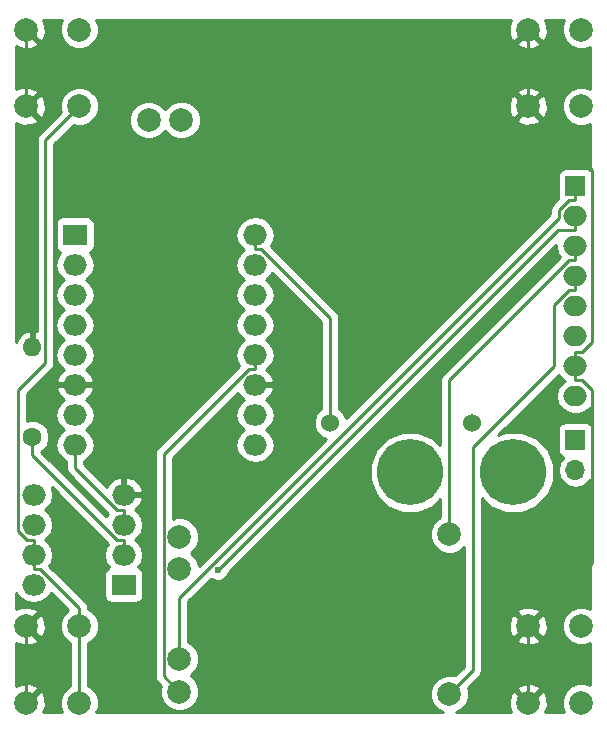
<source format=gbr>
G04 #@! TF.FileFunction,Copper,L1,Top,Signal*
%FSLAX46Y46*%
G04 Gerber Fmt 4.6, Leading zero omitted, Abs format (unit mm)*
G04 Created by KiCad (PCBNEW 4.0.7-e2-6376~61~ubuntu18.04.1) date Tue Sep  4 16:19:30 2018*
%MOMM*%
%LPD*%
G01*
G04 APERTURE LIST*
%ADD10C,0.100000*%
%ADD11C,1.524000*%
%ADD12C,5.600000*%
%ADD13R,1.700000X1.700000*%
%ADD14O,2.000000X1.700000*%
%ADD15C,2.000000*%
%ADD16R,2.000000X1.800000*%
%ADD17O,2.000000X1.800000*%
%ADD18C,1.600000*%
%ADD19O,1.600000X1.600000*%
%ADD20O,1.700000X1.700000*%
%ADD21C,0.600000*%
%ADD22C,0.250000*%
%ADD23C,0.254000*%
G04 APERTURE END LIST*
D10*
D11*
X160500000Y-122300000D03*
X172500000Y-122300000D03*
D12*
X167250000Y-126500000D03*
X176000000Y-126500000D03*
D13*
X181250000Y-102250000D03*
D14*
X181250000Y-104790000D03*
X181250000Y-107330000D03*
X181250000Y-109870000D03*
X181250000Y-112410000D03*
X181250000Y-114950000D03*
X181250000Y-117490000D03*
X181250000Y-120030000D03*
D15*
X139250000Y-95500000D03*
X134750000Y-95500000D03*
X139250000Y-89000000D03*
X134750000Y-89000000D03*
X181750000Y-95500000D03*
X177250000Y-95500000D03*
X181750000Y-89000000D03*
X177250000Y-89000000D03*
X181750000Y-146000000D03*
X177250000Y-146000000D03*
X181750000Y-139500000D03*
X177250000Y-139500000D03*
X139250000Y-146000000D03*
X134750000Y-146000000D03*
X139250000Y-139500000D03*
X134750000Y-139500000D03*
X147720000Y-142310000D03*
X147720000Y-134690000D03*
X147720000Y-131946800D03*
X147720000Y-145053200D03*
X170580000Y-131743600D03*
X170580000Y-145256400D03*
D16*
X143000000Y-136000000D03*
D17*
X135380000Y-128380000D03*
X143000000Y-133460000D03*
X135380000Y-130920000D03*
X143000000Y-130920000D03*
X135380000Y-133460000D03*
X143000000Y-128380000D03*
X135380000Y-136000000D03*
X154120000Y-124140000D03*
X154120000Y-121600000D03*
X154120000Y-119060000D03*
X154120000Y-116520000D03*
X154120000Y-113980000D03*
X154120000Y-111440000D03*
X154120000Y-108900000D03*
X154120000Y-106360000D03*
X138880000Y-124140000D03*
X138880000Y-121600000D03*
X138880000Y-119060000D03*
X138880000Y-116520000D03*
X138880000Y-113980000D03*
X138880000Y-111440000D03*
X138880000Y-108900000D03*
D16*
X138880000Y-106360000D03*
D15*
X147875000Y-96650000D03*
X145100000Y-96650000D03*
D18*
X135250000Y-123500000D03*
D19*
X135250000Y-115880000D03*
D13*
X181250000Y-123750000D03*
D20*
X181250000Y-126290000D03*
D21*
X150983000Y-134760300D03*
D22*
X160500000Y-113429200D02*
X160500000Y-122300000D01*
X154656100Y-107585300D02*
X160500000Y-113429200D01*
X154120000Y-107585300D02*
X154656100Y-107585300D01*
X154120000Y-106360000D02*
X154120000Y-107585300D01*
X139250000Y-138019200D02*
X139250000Y-139500000D01*
X135916100Y-134685300D02*
X139250000Y-138019200D01*
X135380000Y-134685300D02*
X135916100Y-134685300D01*
X139250000Y-139500000D02*
X139250000Y-146000000D01*
X135380000Y-133972800D02*
X135380000Y-134685300D01*
X135380000Y-133972800D02*
X135380000Y-133460000D01*
X136375400Y-98374600D02*
X139250000Y-95500000D01*
X136375400Y-117191600D02*
X136375400Y-98374600D01*
X134054600Y-119512400D02*
X136375400Y-117191600D01*
X134054600Y-131445400D02*
X134054600Y-119512400D01*
X134843900Y-132234700D02*
X134054600Y-131445400D01*
X135380000Y-132234700D02*
X134843900Y-132234700D01*
X135380000Y-133460000D02*
X135380000Y-132234700D01*
X146390800Y-143724000D02*
X147720000Y-145053200D01*
X146390800Y-124938400D02*
X146390800Y-143724000D01*
X153583900Y-117745300D02*
X146390800Y-124938400D01*
X154120000Y-117745300D02*
X153583900Y-117745300D01*
X154120000Y-116520000D02*
X154120000Y-117745300D01*
X142463900Y-129694700D02*
X143000000Y-129694700D01*
X138880000Y-126110800D02*
X142463900Y-129694700D01*
X138880000Y-124140000D02*
X138880000Y-126110800D01*
X143000000Y-130920000D02*
X143000000Y-129694700D01*
X180735800Y-103425300D02*
X181250000Y-103425300D01*
X179885400Y-104275700D02*
X180735800Y-103425300D01*
X179885400Y-104945100D02*
X179885400Y-104275700D01*
X147720000Y-137110500D02*
X179885400Y-104945100D01*
X147720000Y-142310000D02*
X147720000Y-137110500D01*
X181250000Y-102250000D02*
X181250000Y-103425300D01*
X181250000Y-104790000D02*
X181250000Y-105965300D01*
X179778000Y-105965300D02*
X181250000Y-105965300D01*
X150983000Y-134760300D02*
X179778000Y-105965300D01*
X180735800Y-108505300D02*
X181250000Y-108505300D01*
X170580000Y-118661100D02*
X180735800Y-108505300D01*
X170580000Y-131743600D02*
X170580000Y-118661100D01*
X181250000Y-107330000D02*
X181250000Y-108505300D01*
X181250000Y-109870000D02*
X181250000Y-111045300D01*
X180735800Y-111045300D02*
X181250000Y-111045300D01*
X179435100Y-112346000D02*
X180735800Y-111045300D01*
X179435100Y-117526900D02*
X179435100Y-112346000D01*
X172582800Y-124379200D02*
X179435100Y-117526900D01*
X172582800Y-143253600D02*
X172582800Y-124379200D01*
X170580000Y-145256400D02*
X172582800Y-143253600D01*
X134750000Y-146000000D02*
X134750000Y-139500000D01*
X181250000Y-117490000D02*
X181250000Y-118665300D01*
X177250000Y-146000000D02*
X177250000Y-139500000D01*
X134750000Y-95500000D02*
X134750000Y-89000000D01*
X181764200Y-118665300D02*
X181250000Y-118665300D01*
X182614600Y-119515700D02*
X181764200Y-118665300D01*
X182614600Y-134135400D02*
X182614600Y-119515700D01*
X177250000Y-139500000D02*
X182614600Y-134135400D01*
X177250000Y-89000000D02*
X177250000Y-95500000D01*
X181764200Y-116314700D02*
X181250000Y-116314700D01*
X182614600Y-115464300D02*
X181764200Y-116314700D01*
X182614600Y-100864600D02*
X182614600Y-115464300D01*
X177250000Y-95500000D02*
X182614600Y-100864600D01*
X181250000Y-117490000D02*
X181250000Y-116314700D01*
X135250000Y-125020800D02*
X135250000Y-123500000D01*
X142463900Y-132234700D02*
X135250000Y-125020800D01*
X143000000Y-132234700D02*
X142463900Y-132234700D01*
X143000000Y-133460000D02*
X143000000Y-132234700D01*
D23*
G36*
X179911336Y-118382045D02*
X180339085Y-118765347D01*
X180017914Y-118979946D01*
X179696007Y-119461715D01*
X179582968Y-120030000D01*
X179696007Y-120598285D01*
X180017914Y-121080054D01*
X180499683Y-121401961D01*
X181067968Y-121515000D01*
X181432032Y-121515000D01*
X182000317Y-121401961D01*
X182482086Y-121080054D01*
X182490000Y-121068210D01*
X182490000Y-122397935D01*
X182351890Y-122303569D01*
X182100000Y-122252560D01*
X180400000Y-122252560D01*
X180164683Y-122296838D01*
X179948559Y-122435910D01*
X179803569Y-122648110D01*
X179752560Y-122900000D01*
X179752560Y-124600000D01*
X179796838Y-124835317D01*
X179935910Y-125051441D01*
X180148110Y-125196431D01*
X180215541Y-125210086D01*
X180170853Y-125239946D01*
X179848946Y-125721715D01*
X179735907Y-126290000D01*
X179848946Y-126858285D01*
X180170853Y-127340054D01*
X180652622Y-127661961D01*
X181220907Y-127775000D01*
X181279093Y-127775000D01*
X181847378Y-127661961D01*
X182329147Y-127340054D01*
X182490000Y-127099320D01*
X182490000Y-138036922D01*
X182076648Y-137865284D01*
X181426205Y-137864716D01*
X180825057Y-138113106D01*
X180364722Y-138572637D01*
X180115284Y-139173352D01*
X180114716Y-139823795D01*
X180363106Y-140424943D01*
X180822637Y-140885278D01*
X181423352Y-141134716D01*
X182073795Y-141135284D01*
X182490000Y-140963311D01*
X182490000Y-144536922D01*
X182076648Y-144365284D01*
X181426205Y-144364716D01*
X180825057Y-144613106D01*
X180364722Y-145072637D01*
X180115284Y-145673352D01*
X180114716Y-146323795D01*
X180307349Y-146790000D01*
X178700692Y-146790000D01*
X178895908Y-146264539D01*
X178871856Y-145614540D01*
X178669387Y-145125736D01*
X178402532Y-145027073D01*
X177429605Y-146000000D01*
X177443748Y-146014143D01*
X177264143Y-146193748D01*
X177250000Y-146179605D01*
X177235858Y-146193748D01*
X177056253Y-146014143D01*
X177070395Y-146000000D01*
X176097468Y-145027073D01*
X175830613Y-145125736D01*
X175604092Y-145735461D01*
X175628144Y-146385460D01*
X175795710Y-146790000D01*
X171149888Y-146790000D01*
X171504943Y-146643294D01*
X171965278Y-146183763D01*
X172214716Y-145583048D01*
X172215284Y-144932605D01*
X172180107Y-144847468D01*
X176277073Y-144847468D01*
X177250000Y-145820395D01*
X178222927Y-144847468D01*
X178124264Y-144580613D01*
X177514539Y-144354092D01*
X176864540Y-144378144D01*
X176375736Y-144580613D01*
X176277073Y-144847468D01*
X172180107Y-144847468D01*
X172146081Y-144765121D01*
X173120201Y-143791001D01*
X173284948Y-143544439D01*
X173342800Y-143253600D01*
X173342800Y-140652532D01*
X176277073Y-140652532D01*
X176375736Y-140919387D01*
X176985461Y-141145908D01*
X177635460Y-141121856D01*
X178124264Y-140919387D01*
X178222927Y-140652532D01*
X177250000Y-139679605D01*
X176277073Y-140652532D01*
X173342800Y-140652532D01*
X173342800Y-139235461D01*
X175604092Y-139235461D01*
X175628144Y-139885460D01*
X175830613Y-140374264D01*
X176097468Y-140472927D01*
X177070395Y-139500000D01*
X177429605Y-139500000D01*
X178402532Y-140472927D01*
X178669387Y-140374264D01*
X178895908Y-139764539D01*
X178871856Y-139114540D01*
X178669387Y-138625736D01*
X178402532Y-138527073D01*
X177429605Y-139500000D01*
X177070395Y-139500000D01*
X176097468Y-138527073D01*
X175830613Y-138625736D01*
X175604092Y-139235461D01*
X173342800Y-139235461D01*
X173342800Y-138347468D01*
X176277073Y-138347468D01*
X177250000Y-139320395D01*
X178222927Y-138347468D01*
X178124264Y-138080613D01*
X177514539Y-137854092D01*
X176864540Y-137878144D01*
X176375736Y-138080613D01*
X176277073Y-138347468D01*
X173342800Y-138347468D01*
X173342800Y-128700227D01*
X174051688Y-129410354D01*
X175313739Y-129934403D01*
X176680266Y-129935595D01*
X177943229Y-129413750D01*
X178910354Y-128448312D01*
X179434403Y-127186261D01*
X179435595Y-125819734D01*
X178913750Y-124556771D01*
X177948312Y-123589646D01*
X176686261Y-123065597D01*
X175319734Y-123064405D01*
X174727826Y-123308976D01*
X179828132Y-118208670D01*
X179911336Y-118382045D01*
X179911336Y-118382045D01*
G37*
X179911336Y-118382045D02*
X180339085Y-118765347D01*
X180017914Y-118979946D01*
X179696007Y-119461715D01*
X179582968Y-120030000D01*
X179696007Y-120598285D01*
X180017914Y-121080054D01*
X180499683Y-121401961D01*
X181067968Y-121515000D01*
X181432032Y-121515000D01*
X182000317Y-121401961D01*
X182482086Y-121080054D01*
X182490000Y-121068210D01*
X182490000Y-122397935D01*
X182351890Y-122303569D01*
X182100000Y-122252560D01*
X180400000Y-122252560D01*
X180164683Y-122296838D01*
X179948559Y-122435910D01*
X179803569Y-122648110D01*
X179752560Y-122900000D01*
X179752560Y-124600000D01*
X179796838Y-124835317D01*
X179935910Y-125051441D01*
X180148110Y-125196431D01*
X180215541Y-125210086D01*
X180170853Y-125239946D01*
X179848946Y-125721715D01*
X179735907Y-126290000D01*
X179848946Y-126858285D01*
X180170853Y-127340054D01*
X180652622Y-127661961D01*
X181220907Y-127775000D01*
X181279093Y-127775000D01*
X181847378Y-127661961D01*
X182329147Y-127340054D01*
X182490000Y-127099320D01*
X182490000Y-138036922D01*
X182076648Y-137865284D01*
X181426205Y-137864716D01*
X180825057Y-138113106D01*
X180364722Y-138572637D01*
X180115284Y-139173352D01*
X180114716Y-139823795D01*
X180363106Y-140424943D01*
X180822637Y-140885278D01*
X181423352Y-141134716D01*
X182073795Y-141135284D01*
X182490000Y-140963311D01*
X182490000Y-144536922D01*
X182076648Y-144365284D01*
X181426205Y-144364716D01*
X180825057Y-144613106D01*
X180364722Y-145072637D01*
X180115284Y-145673352D01*
X180114716Y-146323795D01*
X180307349Y-146790000D01*
X178700692Y-146790000D01*
X178895908Y-146264539D01*
X178871856Y-145614540D01*
X178669387Y-145125736D01*
X178402532Y-145027073D01*
X177429605Y-146000000D01*
X177443748Y-146014143D01*
X177264143Y-146193748D01*
X177250000Y-146179605D01*
X177235858Y-146193748D01*
X177056253Y-146014143D01*
X177070395Y-146000000D01*
X176097468Y-145027073D01*
X175830613Y-145125736D01*
X175604092Y-145735461D01*
X175628144Y-146385460D01*
X175795710Y-146790000D01*
X171149888Y-146790000D01*
X171504943Y-146643294D01*
X171965278Y-146183763D01*
X172214716Y-145583048D01*
X172215284Y-144932605D01*
X172180107Y-144847468D01*
X176277073Y-144847468D01*
X177250000Y-145820395D01*
X178222927Y-144847468D01*
X178124264Y-144580613D01*
X177514539Y-144354092D01*
X176864540Y-144378144D01*
X176375736Y-144580613D01*
X176277073Y-144847468D01*
X172180107Y-144847468D01*
X172146081Y-144765121D01*
X173120201Y-143791001D01*
X173284948Y-143544439D01*
X173342800Y-143253600D01*
X173342800Y-140652532D01*
X176277073Y-140652532D01*
X176375736Y-140919387D01*
X176985461Y-141145908D01*
X177635460Y-141121856D01*
X178124264Y-140919387D01*
X178222927Y-140652532D01*
X177250000Y-139679605D01*
X176277073Y-140652532D01*
X173342800Y-140652532D01*
X173342800Y-139235461D01*
X175604092Y-139235461D01*
X175628144Y-139885460D01*
X175830613Y-140374264D01*
X176097468Y-140472927D01*
X177070395Y-139500000D01*
X177429605Y-139500000D01*
X178402532Y-140472927D01*
X178669387Y-140374264D01*
X178895908Y-139764539D01*
X178871856Y-139114540D01*
X178669387Y-138625736D01*
X178402532Y-138527073D01*
X177429605Y-139500000D01*
X177070395Y-139500000D01*
X176097468Y-138527073D01*
X175830613Y-138625736D01*
X175604092Y-139235461D01*
X173342800Y-139235461D01*
X173342800Y-138347468D01*
X176277073Y-138347468D01*
X177250000Y-139320395D01*
X178222927Y-138347468D01*
X178124264Y-138080613D01*
X177514539Y-137854092D01*
X176864540Y-137878144D01*
X176375736Y-138080613D01*
X176277073Y-138347468D01*
X173342800Y-138347468D01*
X173342800Y-128700227D01*
X174051688Y-129410354D01*
X175313739Y-129934403D01*
X176680266Y-129935595D01*
X177943229Y-129413750D01*
X178910354Y-128448312D01*
X179434403Y-127186261D01*
X179435595Y-125819734D01*
X178913750Y-124556771D01*
X177948312Y-123589646D01*
X176686261Y-123065597D01*
X175319734Y-123064405D01*
X174727826Y-123308976D01*
X179828132Y-118208670D01*
X179911336Y-118382045D01*
G36*
X137615284Y-88673352D02*
X137614716Y-89323795D01*
X137863106Y-89924943D01*
X138322637Y-90385278D01*
X138923352Y-90634716D01*
X139573795Y-90635284D01*
X140174943Y-90386894D01*
X140409715Y-90152532D01*
X176277073Y-90152532D01*
X176375736Y-90419387D01*
X176985461Y-90645908D01*
X177635460Y-90621856D01*
X178124264Y-90419387D01*
X178222927Y-90152532D01*
X177250000Y-89179605D01*
X176277073Y-90152532D01*
X140409715Y-90152532D01*
X140635278Y-89927363D01*
X140884716Y-89326648D01*
X140885284Y-88676205D01*
X140692651Y-88210000D01*
X175799308Y-88210000D01*
X175604092Y-88735461D01*
X175628144Y-89385460D01*
X175830613Y-89874264D01*
X176097468Y-89972927D01*
X177070395Y-89000000D01*
X177056253Y-88985858D01*
X177235858Y-88806253D01*
X177250000Y-88820395D01*
X177264143Y-88806253D01*
X177443748Y-88985858D01*
X177429605Y-89000000D01*
X178402532Y-89972927D01*
X178669387Y-89874264D01*
X178895908Y-89264539D01*
X178871856Y-88614540D01*
X178704290Y-88210000D01*
X180307684Y-88210000D01*
X180115284Y-88673352D01*
X180114716Y-89323795D01*
X180363106Y-89924943D01*
X180822637Y-90385278D01*
X181423352Y-90634716D01*
X182073795Y-90635284D01*
X182490000Y-90463311D01*
X182490000Y-94036922D01*
X182076648Y-93865284D01*
X181426205Y-93864716D01*
X180825057Y-94113106D01*
X180364722Y-94572637D01*
X180115284Y-95173352D01*
X180114716Y-95823795D01*
X180363106Y-96424943D01*
X180822637Y-96885278D01*
X181423352Y-97134716D01*
X182073795Y-97135284D01*
X182490000Y-96963311D01*
X182490000Y-100897935D01*
X182351890Y-100803569D01*
X182100000Y-100752560D01*
X180400000Y-100752560D01*
X180164683Y-100796838D01*
X179948559Y-100935910D01*
X179803569Y-101148110D01*
X179752560Y-101400000D01*
X179752560Y-103100000D01*
X179789576Y-103296722D01*
X179347999Y-103738299D01*
X179183252Y-103984861D01*
X179125400Y-104275700D01*
X179125400Y-104630298D01*
X161849033Y-121906665D01*
X161685010Y-121509697D01*
X161292370Y-121116371D01*
X161260000Y-121102930D01*
X161260000Y-113429200D01*
X161202148Y-113138361D01*
X161037401Y-112891799D01*
X155439007Y-107293405D01*
X155670187Y-106947419D01*
X155787032Y-106360000D01*
X155670187Y-105772581D01*
X155337441Y-105274591D01*
X154839451Y-104941845D01*
X154252032Y-104825000D01*
X153987968Y-104825000D01*
X153400549Y-104941845D01*
X152902559Y-105274591D01*
X152569813Y-105772581D01*
X152452968Y-106360000D01*
X152569813Y-106947419D01*
X152902559Y-107445409D01*
X153178819Y-107630000D01*
X152902559Y-107814591D01*
X152569813Y-108312581D01*
X152452968Y-108900000D01*
X152569813Y-109487419D01*
X152902559Y-109985409D01*
X153178819Y-110170000D01*
X152902559Y-110354591D01*
X152569813Y-110852581D01*
X152452968Y-111440000D01*
X152569813Y-112027419D01*
X152902559Y-112525409D01*
X153178819Y-112710000D01*
X152902559Y-112894591D01*
X152569813Y-113392581D01*
X152452968Y-113980000D01*
X152569813Y-114567419D01*
X152902559Y-115065409D01*
X153178819Y-115250000D01*
X152902559Y-115434591D01*
X152569813Y-115932581D01*
X152452968Y-116520000D01*
X152569813Y-117107419D01*
X152800993Y-117453405D01*
X145853399Y-124400999D01*
X145688652Y-124647561D01*
X145630800Y-124938400D01*
X145630800Y-143724000D01*
X145688652Y-144014839D01*
X145853399Y-144261401D01*
X146153725Y-144561727D01*
X146085284Y-144726552D01*
X146084716Y-145376995D01*
X146333106Y-145978143D01*
X146792637Y-146438478D01*
X147393352Y-146687916D01*
X148043795Y-146688484D01*
X148644943Y-146440094D01*
X149105278Y-145980563D01*
X149354716Y-145379848D01*
X149355284Y-144729405D01*
X149106894Y-144128257D01*
X148660641Y-143681223D01*
X149105278Y-143237363D01*
X149354716Y-142636648D01*
X149355284Y-141986205D01*
X149106894Y-141385057D01*
X148647363Y-140924722D01*
X148480000Y-140855227D01*
X148480000Y-137425302D01*
X150402785Y-135502517D01*
X150452673Y-135552492D01*
X150796201Y-135695138D01*
X151168167Y-135695462D01*
X151511943Y-135553417D01*
X151775192Y-135290627D01*
X151917838Y-134947099D01*
X151917879Y-134900223D01*
X179606524Y-107211578D01*
X179582968Y-107330000D01*
X179696007Y-107898285D01*
X179925120Y-108241178D01*
X170042599Y-118123699D01*
X169877852Y-118370261D01*
X169820000Y-118661100D01*
X169820000Y-124212420D01*
X169198312Y-123589646D01*
X167936261Y-123065597D01*
X166569734Y-123064405D01*
X165306771Y-123586250D01*
X164339646Y-124551688D01*
X163815597Y-125813739D01*
X163814405Y-127180266D01*
X164336250Y-128443229D01*
X165301688Y-129410354D01*
X166563739Y-129934403D01*
X167930266Y-129935595D01*
X169193229Y-129413750D01*
X169820000Y-128788072D01*
X169820000Y-130288553D01*
X169655057Y-130356706D01*
X169194722Y-130816237D01*
X168945284Y-131416952D01*
X168944716Y-132067395D01*
X169193106Y-132668543D01*
X169652637Y-133128878D01*
X170253352Y-133378316D01*
X170903795Y-133378884D01*
X171504943Y-133130494D01*
X171822800Y-132813192D01*
X171822800Y-142938798D01*
X171071473Y-143690125D01*
X170906648Y-143621684D01*
X170256205Y-143621116D01*
X169655057Y-143869506D01*
X169194722Y-144329037D01*
X168945284Y-144929752D01*
X168944716Y-145580195D01*
X169193106Y-146181343D01*
X169652637Y-146641678D01*
X170009837Y-146790000D01*
X140692316Y-146790000D01*
X140884716Y-146326648D01*
X140885284Y-145676205D01*
X140636894Y-145075057D01*
X140177363Y-144614722D01*
X140010000Y-144545227D01*
X140010000Y-140955047D01*
X140174943Y-140886894D01*
X140635278Y-140427363D01*
X140884716Y-139826648D01*
X140885284Y-139176205D01*
X140636894Y-138575057D01*
X140177363Y-138114722D01*
X140010000Y-138045227D01*
X140010000Y-138019200D01*
X139952148Y-137728361D01*
X139787401Y-137481799D01*
X136699007Y-134393405D01*
X136930187Y-134047419D01*
X137047032Y-133460000D01*
X136930187Y-132872581D01*
X136597441Y-132374591D01*
X136321181Y-132190000D01*
X136597441Y-132005409D01*
X136930187Y-131507419D01*
X137047032Y-130920000D01*
X136930187Y-130332581D01*
X136597441Y-129834591D01*
X136321181Y-129650000D01*
X136597441Y-129465409D01*
X136930187Y-128967419D01*
X137047032Y-128380000D01*
X136930187Y-127792581D01*
X136896374Y-127741976D01*
X141680993Y-132526595D01*
X141449813Y-132872581D01*
X141332968Y-133460000D01*
X141449813Y-134047419D01*
X141754488Y-134503398D01*
X141548559Y-134635910D01*
X141403569Y-134848110D01*
X141352560Y-135100000D01*
X141352560Y-136900000D01*
X141396838Y-137135317D01*
X141535910Y-137351441D01*
X141748110Y-137496431D01*
X142000000Y-137547440D01*
X144000000Y-137547440D01*
X144235317Y-137503162D01*
X144451441Y-137364090D01*
X144596431Y-137151890D01*
X144647440Y-136900000D01*
X144647440Y-135100000D01*
X144603162Y-134864683D01*
X144464090Y-134648559D01*
X144251890Y-134503569D01*
X144246171Y-134502411D01*
X144550187Y-134047419D01*
X144667032Y-133460000D01*
X144550187Y-132872581D01*
X144217441Y-132374591D01*
X143941181Y-132190000D01*
X144217441Y-132005409D01*
X144550187Y-131507419D01*
X144667032Y-130920000D01*
X144550187Y-130332581D01*
X144217441Y-129834591D01*
X143945946Y-129653184D01*
X144356809Y-129259752D01*
X144591036Y-128744740D01*
X144470378Y-128507000D01*
X143127000Y-128507000D01*
X143127000Y-128527000D01*
X142873000Y-128527000D01*
X142873000Y-128507000D01*
X142853000Y-128507000D01*
X142853000Y-128253000D01*
X142873000Y-128253000D01*
X142873000Y-127004865D01*
X143127000Y-127004865D01*
X143127000Y-128253000D01*
X144470378Y-128253000D01*
X144591036Y-128015260D01*
X144356809Y-127500248D01*
X143924474Y-127086255D01*
X143366620Y-126869223D01*
X143127000Y-127004865D01*
X142873000Y-127004865D01*
X142633380Y-126869223D01*
X142075526Y-127086255D01*
X141643191Y-127500248D01*
X141549736Y-127705734D01*
X139640000Y-125795998D01*
X139640000Y-125531061D01*
X140097441Y-125225409D01*
X140430187Y-124727419D01*
X140547032Y-124140000D01*
X140430187Y-123552581D01*
X140097441Y-123054591D01*
X139821181Y-122870000D01*
X140097441Y-122685409D01*
X140430187Y-122187419D01*
X140547032Y-121600000D01*
X140430187Y-121012581D01*
X140097441Y-120514591D01*
X139825946Y-120333184D01*
X140236809Y-119939752D01*
X140471036Y-119424740D01*
X140350378Y-119187000D01*
X139007000Y-119187000D01*
X139007000Y-119207000D01*
X138753000Y-119207000D01*
X138753000Y-119187000D01*
X137409622Y-119187000D01*
X137288964Y-119424740D01*
X137523191Y-119939752D01*
X137934054Y-120333184D01*
X137662559Y-120514591D01*
X137329813Y-121012581D01*
X137212968Y-121600000D01*
X137329813Y-122187419D01*
X137662559Y-122685409D01*
X137938819Y-122870000D01*
X137662559Y-123054591D01*
X137329813Y-123552581D01*
X137212968Y-124140000D01*
X137329813Y-124727419D01*
X137662559Y-125225409D01*
X138120000Y-125531061D01*
X138120000Y-126110800D01*
X138177852Y-126401639D01*
X138342599Y-126648201D01*
X141680993Y-129986595D01*
X141524623Y-130220621D01*
X136033103Y-124729101D01*
X136061800Y-124717243D01*
X136465824Y-124313923D01*
X136684750Y-123786691D01*
X136685248Y-123215813D01*
X136467243Y-122688200D01*
X136063923Y-122284176D01*
X135536691Y-122065250D01*
X134965813Y-122064752D01*
X134814600Y-122127232D01*
X134814600Y-119827202D01*
X136912801Y-117729001D01*
X137077548Y-117482439D01*
X137135400Y-117191600D01*
X137135400Y-108900000D01*
X137212968Y-108900000D01*
X137329813Y-109487419D01*
X137662559Y-109985409D01*
X137938819Y-110170000D01*
X137662559Y-110354591D01*
X137329813Y-110852581D01*
X137212968Y-111440000D01*
X137329813Y-112027419D01*
X137662559Y-112525409D01*
X137938819Y-112710000D01*
X137662559Y-112894591D01*
X137329813Y-113392581D01*
X137212968Y-113980000D01*
X137329813Y-114567419D01*
X137662559Y-115065409D01*
X137938819Y-115250000D01*
X137662559Y-115434591D01*
X137329813Y-115932581D01*
X137212968Y-116520000D01*
X137329813Y-117107419D01*
X137662559Y-117605409D01*
X137934054Y-117786816D01*
X137523191Y-118180248D01*
X137288964Y-118695260D01*
X137409622Y-118933000D01*
X138753000Y-118933000D01*
X138753000Y-118913000D01*
X139007000Y-118913000D01*
X139007000Y-118933000D01*
X140350378Y-118933000D01*
X140471036Y-118695260D01*
X140236809Y-118180248D01*
X139825946Y-117786816D01*
X140097441Y-117605409D01*
X140430187Y-117107419D01*
X140547032Y-116520000D01*
X140430187Y-115932581D01*
X140097441Y-115434591D01*
X139821181Y-115250000D01*
X140097441Y-115065409D01*
X140430187Y-114567419D01*
X140547032Y-113980000D01*
X140430187Y-113392581D01*
X140097441Y-112894591D01*
X139821181Y-112710000D01*
X140097441Y-112525409D01*
X140430187Y-112027419D01*
X140547032Y-111440000D01*
X140430187Y-110852581D01*
X140097441Y-110354591D01*
X139821181Y-110170000D01*
X140097441Y-109985409D01*
X140430187Y-109487419D01*
X140547032Y-108900000D01*
X140430187Y-108312581D01*
X140125512Y-107856602D01*
X140331441Y-107724090D01*
X140476431Y-107511890D01*
X140527440Y-107260000D01*
X140527440Y-105460000D01*
X140483162Y-105224683D01*
X140344090Y-105008559D01*
X140131890Y-104863569D01*
X139880000Y-104812560D01*
X137880000Y-104812560D01*
X137644683Y-104856838D01*
X137428559Y-104995910D01*
X137283569Y-105208110D01*
X137232560Y-105460000D01*
X137232560Y-107260000D01*
X137276838Y-107495317D01*
X137415910Y-107711441D01*
X137628110Y-107856431D01*
X137633829Y-107857589D01*
X137329813Y-108312581D01*
X137212968Y-108900000D01*
X137135400Y-108900000D01*
X137135400Y-98689402D01*
X138758527Y-97066275D01*
X138923352Y-97134716D01*
X139573795Y-97135284D01*
X139964627Y-96973795D01*
X143464716Y-96973795D01*
X143713106Y-97574943D01*
X144172637Y-98035278D01*
X144773352Y-98284716D01*
X145423795Y-98285284D01*
X146024943Y-98036894D01*
X146485278Y-97577363D01*
X146487197Y-97572742D01*
X146488106Y-97574943D01*
X146947637Y-98035278D01*
X147548352Y-98284716D01*
X148198795Y-98285284D01*
X148799943Y-98036894D01*
X149260278Y-97577363D01*
X149509716Y-96976648D01*
X149509999Y-96652532D01*
X176277073Y-96652532D01*
X176375736Y-96919387D01*
X176985461Y-97145908D01*
X177635460Y-97121856D01*
X178124264Y-96919387D01*
X178222927Y-96652532D01*
X177250000Y-95679605D01*
X176277073Y-96652532D01*
X149509999Y-96652532D01*
X149510284Y-96326205D01*
X149261894Y-95725057D01*
X148802363Y-95264722D01*
X148731895Y-95235461D01*
X175604092Y-95235461D01*
X175628144Y-95885460D01*
X175830613Y-96374264D01*
X176097468Y-96472927D01*
X177070395Y-95500000D01*
X177429605Y-95500000D01*
X178402532Y-96472927D01*
X178669387Y-96374264D01*
X178895908Y-95764539D01*
X178871856Y-95114540D01*
X178669387Y-94625736D01*
X178402532Y-94527073D01*
X177429605Y-95500000D01*
X177070395Y-95500000D01*
X176097468Y-94527073D01*
X175830613Y-94625736D01*
X175604092Y-95235461D01*
X148731895Y-95235461D01*
X148201648Y-95015284D01*
X147551205Y-95014716D01*
X146950057Y-95263106D01*
X146489722Y-95722637D01*
X146487803Y-95727258D01*
X146486894Y-95725057D01*
X146027363Y-95264722D01*
X145426648Y-95015284D01*
X144776205Y-95014716D01*
X144175057Y-95263106D01*
X143714722Y-95722637D01*
X143465284Y-96323352D01*
X143464716Y-96973795D01*
X139964627Y-96973795D01*
X140174943Y-96886894D01*
X140635278Y-96427363D01*
X140884716Y-95826648D01*
X140885284Y-95176205D01*
X140636894Y-94575057D01*
X140409703Y-94347468D01*
X176277073Y-94347468D01*
X177250000Y-95320395D01*
X178222927Y-94347468D01*
X178124264Y-94080613D01*
X177514539Y-93854092D01*
X176864540Y-93878144D01*
X176375736Y-94080613D01*
X176277073Y-94347468D01*
X140409703Y-94347468D01*
X140177363Y-94114722D01*
X139576648Y-93865284D01*
X138926205Y-93864716D01*
X138325057Y-94113106D01*
X137864722Y-94572637D01*
X137615284Y-95173352D01*
X137614716Y-95823795D01*
X137683919Y-95991279D01*
X135837999Y-97837199D01*
X135673252Y-98083761D01*
X135615400Y-98374600D01*
X135615400Y-114494872D01*
X135599039Y-114488096D01*
X135377000Y-114610085D01*
X135377000Y-115753000D01*
X135397000Y-115753000D01*
X135397000Y-116007000D01*
X135377000Y-116007000D01*
X135377000Y-116027000D01*
X135123000Y-116027000D01*
X135123000Y-116007000D01*
X135103000Y-116007000D01*
X135103000Y-115753000D01*
X135123000Y-115753000D01*
X135123000Y-114610085D01*
X134900961Y-114488096D01*
X134512577Y-114648959D01*
X134097611Y-115024866D01*
X133910000Y-115421270D01*
X133910000Y-96932117D01*
X134485461Y-97145908D01*
X135135460Y-97121856D01*
X135624264Y-96919387D01*
X135722927Y-96652532D01*
X134750000Y-95679605D01*
X134735858Y-95693748D01*
X134556253Y-95514143D01*
X134570395Y-95500000D01*
X134929605Y-95500000D01*
X135902532Y-96472927D01*
X136169387Y-96374264D01*
X136395908Y-95764539D01*
X136371856Y-95114540D01*
X136169387Y-94625736D01*
X135902532Y-94527073D01*
X134929605Y-95500000D01*
X134570395Y-95500000D01*
X134556253Y-95485858D01*
X134735858Y-95306253D01*
X134750000Y-95320395D01*
X135722927Y-94347468D01*
X135624264Y-94080613D01*
X135014539Y-93854092D01*
X134364540Y-93878144D01*
X133910000Y-94066420D01*
X133910000Y-90432117D01*
X134485461Y-90645908D01*
X135135460Y-90621856D01*
X135624264Y-90419387D01*
X135722927Y-90152532D01*
X134750000Y-89179605D01*
X134735858Y-89193748D01*
X134556253Y-89014143D01*
X134570395Y-89000000D01*
X134556253Y-88985858D01*
X134735858Y-88806253D01*
X134750000Y-88820395D01*
X134764143Y-88806253D01*
X134943748Y-88985858D01*
X134929605Y-89000000D01*
X135902532Y-89972927D01*
X136169387Y-89874264D01*
X136395908Y-89264539D01*
X136371856Y-88614540D01*
X136204290Y-88210000D01*
X137807684Y-88210000D01*
X137615284Y-88673352D01*
X137615284Y-88673352D01*
G37*
X137615284Y-88673352D02*
X137614716Y-89323795D01*
X137863106Y-89924943D01*
X138322637Y-90385278D01*
X138923352Y-90634716D01*
X139573795Y-90635284D01*
X140174943Y-90386894D01*
X140409715Y-90152532D01*
X176277073Y-90152532D01*
X176375736Y-90419387D01*
X176985461Y-90645908D01*
X177635460Y-90621856D01*
X178124264Y-90419387D01*
X178222927Y-90152532D01*
X177250000Y-89179605D01*
X176277073Y-90152532D01*
X140409715Y-90152532D01*
X140635278Y-89927363D01*
X140884716Y-89326648D01*
X140885284Y-88676205D01*
X140692651Y-88210000D01*
X175799308Y-88210000D01*
X175604092Y-88735461D01*
X175628144Y-89385460D01*
X175830613Y-89874264D01*
X176097468Y-89972927D01*
X177070395Y-89000000D01*
X177056253Y-88985858D01*
X177235858Y-88806253D01*
X177250000Y-88820395D01*
X177264143Y-88806253D01*
X177443748Y-88985858D01*
X177429605Y-89000000D01*
X178402532Y-89972927D01*
X178669387Y-89874264D01*
X178895908Y-89264539D01*
X178871856Y-88614540D01*
X178704290Y-88210000D01*
X180307684Y-88210000D01*
X180115284Y-88673352D01*
X180114716Y-89323795D01*
X180363106Y-89924943D01*
X180822637Y-90385278D01*
X181423352Y-90634716D01*
X182073795Y-90635284D01*
X182490000Y-90463311D01*
X182490000Y-94036922D01*
X182076648Y-93865284D01*
X181426205Y-93864716D01*
X180825057Y-94113106D01*
X180364722Y-94572637D01*
X180115284Y-95173352D01*
X180114716Y-95823795D01*
X180363106Y-96424943D01*
X180822637Y-96885278D01*
X181423352Y-97134716D01*
X182073795Y-97135284D01*
X182490000Y-96963311D01*
X182490000Y-100897935D01*
X182351890Y-100803569D01*
X182100000Y-100752560D01*
X180400000Y-100752560D01*
X180164683Y-100796838D01*
X179948559Y-100935910D01*
X179803569Y-101148110D01*
X179752560Y-101400000D01*
X179752560Y-103100000D01*
X179789576Y-103296722D01*
X179347999Y-103738299D01*
X179183252Y-103984861D01*
X179125400Y-104275700D01*
X179125400Y-104630298D01*
X161849033Y-121906665D01*
X161685010Y-121509697D01*
X161292370Y-121116371D01*
X161260000Y-121102930D01*
X161260000Y-113429200D01*
X161202148Y-113138361D01*
X161037401Y-112891799D01*
X155439007Y-107293405D01*
X155670187Y-106947419D01*
X155787032Y-106360000D01*
X155670187Y-105772581D01*
X155337441Y-105274591D01*
X154839451Y-104941845D01*
X154252032Y-104825000D01*
X153987968Y-104825000D01*
X153400549Y-104941845D01*
X152902559Y-105274591D01*
X152569813Y-105772581D01*
X152452968Y-106360000D01*
X152569813Y-106947419D01*
X152902559Y-107445409D01*
X153178819Y-107630000D01*
X152902559Y-107814591D01*
X152569813Y-108312581D01*
X152452968Y-108900000D01*
X152569813Y-109487419D01*
X152902559Y-109985409D01*
X153178819Y-110170000D01*
X152902559Y-110354591D01*
X152569813Y-110852581D01*
X152452968Y-111440000D01*
X152569813Y-112027419D01*
X152902559Y-112525409D01*
X153178819Y-112710000D01*
X152902559Y-112894591D01*
X152569813Y-113392581D01*
X152452968Y-113980000D01*
X152569813Y-114567419D01*
X152902559Y-115065409D01*
X153178819Y-115250000D01*
X152902559Y-115434591D01*
X152569813Y-115932581D01*
X152452968Y-116520000D01*
X152569813Y-117107419D01*
X152800993Y-117453405D01*
X145853399Y-124400999D01*
X145688652Y-124647561D01*
X145630800Y-124938400D01*
X145630800Y-143724000D01*
X145688652Y-144014839D01*
X145853399Y-144261401D01*
X146153725Y-144561727D01*
X146085284Y-144726552D01*
X146084716Y-145376995D01*
X146333106Y-145978143D01*
X146792637Y-146438478D01*
X147393352Y-146687916D01*
X148043795Y-146688484D01*
X148644943Y-146440094D01*
X149105278Y-145980563D01*
X149354716Y-145379848D01*
X149355284Y-144729405D01*
X149106894Y-144128257D01*
X148660641Y-143681223D01*
X149105278Y-143237363D01*
X149354716Y-142636648D01*
X149355284Y-141986205D01*
X149106894Y-141385057D01*
X148647363Y-140924722D01*
X148480000Y-140855227D01*
X148480000Y-137425302D01*
X150402785Y-135502517D01*
X150452673Y-135552492D01*
X150796201Y-135695138D01*
X151168167Y-135695462D01*
X151511943Y-135553417D01*
X151775192Y-135290627D01*
X151917838Y-134947099D01*
X151917879Y-134900223D01*
X179606524Y-107211578D01*
X179582968Y-107330000D01*
X179696007Y-107898285D01*
X179925120Y-108241178D01*
X170042599Y-118123699D01*
X169877852Y-118370261D01*
X169820000Y-118661100D01*
X169820000Y-124212420D01*
X169198312Y-123589646D01*
X167936261Y-123065597D01*
X166569734Y-123064405D01*
X165306771Y-123586250D01*
X164339646Y-124551688D01*
X163815597Y-125813739D01*
X163814405Y-127180266D01*
X164336250Y-128443229D01*
X165301688Y-129410354D01*
X166563739Y-129934403D01*
X167930266Y-129935595D01*
X169193229Y-129413750D01*
X169820000Y-128788072D01*
X169820000Y-130288553D01*
X169655057Y-130356706D01*
X169194722Y-130816237D01*
X168945284Y-131416952D01*
X168944716Y-132067395D01*
X169193106Y-132668543D01*
X169652637Y-133128878D01*
X170253352Y-133378316D01*
X170903795Y-133378884D01*
X171504943Y-133130494D01*
X171822800Y-132813192D01*
X171822800Y-142938798D01*
X171071473Y-143690125D01*
X170906648Y-143621684D01*
X170256205Y-143621116D01*
X169655057Y-143869506D01*
X169194722Y-144329037D01*
X168945284Y-144929752D01*
X168944716Y-145580195D01*
X169193106Y-146181343D01*
X169652637Y-146641678D01*
X170009837Y-146790000D01*
X140692316Y-146790000D01*
X140884716Y-146326648D01*
X140885284Y-145676205D01*
X140636894Y-145075057D01*
X140177363Y-144614722D01*
X140010000Y-144545227D01*
X140010000Y-140955047D01*
X140174943Y-140886894D01*
X140635278Y-140427363D01*
X140884716Y-139826648D01*
X140885284Y-139176205D01*
X140636894Y-138575057D01*
X140177363Y-138114722D01*
X140010000Y-138045227D01*
X140010000Y-138019200D01*
X139952148Y-137728361D01*
X139787401Y-137481799D01*
X136699007Y-134393405D01*
X136930187Y-134047419D01*
X137047032Y-133460000D01*
X136930187Y-132872581D01*
X136597441Y-132374591D01*
X136321181Y-132190000D01*
X136597441Y-132005409D01*
X136930187Y-131507419D01*
X137047032Y-130920000D01*
X136930187Y-130332581D01*
X136597441Y-129834591D01*
X136321181Y-129650000D01*
X136597441Y-129465409D01*
X136930187Y-128967419D01*
X137047032Y-128380000D01*
X136930187Y-127792581D01*
X136896374Y-127741976D01*
X141680993Y-132526595D01*
X141449813Y-132872581D01*
X141332968Y-133460000D01*
X141449813Y-134047419D01*
X141754488Y-134503398D01*
X141548559Y-134635910D01*
X141403569Y-134848110D01*
X141352560Y-135100000D01*
X141352560Y-136900000D01*
X141396838Y-137135317D01*
X141535910Y-137351441D01*
X141748110Y-137496431D01*
X142000000Y-137547440D01*
X144000000Y-137547440D01*
X144235317Y-137503162D01*
X144451441Y-137364090D01*
X144596431Y-137151890D01*
X144647440Y-136900000D01*
X144647440Y-135100000D01*
X144603162Y-134864683D01*
X144464090Y-134648559D01*
X144251890Y-134503569D01*
X144246171Y-134502411D01*
X144550187Y-134047419D01*
X144667032Y-133460000D01*
X144550187Y-132872581D01*
X144217441Y-132374591D01*
X143941181Y-132190000D01*
X144217441Y-132005409D01*
X144550187Y-131507419D01*
X144667032Y-130920000D01*
X144550187Y-130332581D01*
X144217441Y-129834591D01*
X143945946Y-129653184D01*
X144356809Y-129259752D01*
X144591036Y-128744740D01*
X144470378Y-128507000D01*
X143127000Y-128507000D01*
X143127000Y-128527000D01*
X142873000Y-128527000D01*
X142873000Y-128507000D01*
X142853000Y-128507000D01*
X142853000Y-128253000D01*
X142873000Y-128253000D01*
X142873000Y-127004865D01*
X143127000Y-127004865D01*
X143127000Y-128253000D01*
X144470378Y-128253000D01*
X144591036Y-128015260D01*
X144356809Y-127500248D01*
X143924474Y-127086255D01*
X143366620Y-126869223D01*
X143127000Y-127004865D01*
X142873000Y-127004865D01*
X142633380Y-126869223D01*
X142075526Y-127086255D01*
X141643191Y-127500248D01*
X141549736Y-127705734D01*
X139640000Y-125795998D01*
X139640000Y-125531061D01*
X140097441Y-125225409D01*
X140430187Y-124727419D01*
X140547032Y-124140000D01*
X140430187Y-123552581D01*
X140097441Y-123054591D01*
X139821181Y-122870000D01*
X140097441Y-122685409D01*
X140430187Y-122187419D01*
X140547032Y-121600000D01*
X140430187Y-121012581D01*
X140097441Y-120514591D01*
X139825946Y-120333184D01*
X140236809Y-119939752D01*
X140471036Y-119424740D01*
X140350378Y-119187000D01*
X139007000Y-119187000D01*
X139007000Y-119207000D01*
X138753000Y-119207000D01*
X138753000Y-119187000D01*
X137409622Y-119187000D01*
X137288964Y-119424740D01*
X137523191Y-119939752D01*
X137934054Y-120333184D01*
X137662559Y-120514591D01*
X137329813Y-121012581D01*
X137212968Y-121600000D01*
X137329813Y-122187419D01*
X137662559Y-122685409D01*
X137938819Y-122870000D01*
X137662559Y-123054591D01*
X137329813Y-123552581D01*
X137212968Y-124140000D01*
X137329813Y-124727419D01*
X137662559Y-125225409D01*
X138120000Y-125531061D01*
X138120000Y-126110800D01*
X138177852Y-126401639D01*
X138342599Y-126648201D01*
X141680993Y-129986595D01*
X141524623Y-130220621D01*
X136033103Y-124729101D01*
X136061800Y-124717243D01*
X136465824Y-124313923D01*
X136684750Y-123786691D01*
X136685248Y-123215813D01*
X136467243Y-122688200D01*
X136063923Y-122284176D01*
X135536691Y-122065250D01*
X134965813Y-122064752D01*
X134814600Y-122127232D01*
X134814600Y-119827202D01*
X136912801Y-117729001D01*
X137077548Y-117482439D01*
X137135400Y-117191600D01*
X137135400Y-108900000D01*
X137212968Y-108900000D01*
X137329813Y-109487419D01*
X137662559Y-109985409D01*
X137938819Y-110170000D01*
X137662559Y-110354591D01*
X137329813Y-110852581D01*
X137212968Y-111440000D01*
X137329813Y-112027419D01*
X137662559Y-112525409D01*
X137938819Y-112710000D01*
X137662559Y-112894591D01*
X137329813Y-113392581D01*
X137212968Y-113980000D01*
X137329813Y-114567419D01*
X137662559Y-115065409D01*
X137938819Y-115250000D01*
X137662559Y-115434591D01*
X137329813Y-115932581D01*
X137212968Y-116520000D01*
X137329813Y-117107419D01*
X137662559Y-117605409D01*
X137934054Y-117786816D01*
X137523191Y-118180248D01*
X137288964Y-118695260D01*
X137409622Y-118933000D01*
X138753000Y-118933000D01*
X138753000Y-118913000D01*
X139007000Y-118913000D01*
X139007000Y-118933000D01*
X140350378Y-118933000D01*
X140471036Y-118695260D01*
X140236809Y-118180248D01*
X139825946Y-117786816D01*
X140097441Y-117605409D01*
X140430187Y-117107419D01*
X140547032Y-116520000D01*
X140430187Y-115932581D01*
X140097441Y-115434591D01*
X139821181Y-115250000D01*
X140097441Y-115065409D01*
X140430187Y-114567419D01*
X140547032Y-113980000D01*
X140430187Y-113392581D01*
X140097441Y-112894591D01*
X139821181Y-112710000D01*
X140097441Y-112525409D01*
X140430187Y-112027419D01*
X140547032Y-111440000D01*
X140430187Y-110852581D01*
X140097441Y-110354591D01*
X139821181Y-110170000D01*
X140097441Y-109985409D01*
X140430187Y-109487419D01*
X140547032Y-108900000D01*
X140430187Y-108312581D01*
X140125512Y-107856602D01*
X140331441Y-107724090D01*
X140476431Y-107511890D01*
X140527440Y-107260000D01*
X140527440Y-105460000D01*
X140483162Y-105224683D01*
X140344090Y-105008559D01*
X140131890Y-104863569D01*
X139880000Y-104812560D01*
X137880000Y-104812560D01*
X137644683Y-104856838D01*
X137428559Y-104995910D01*
X137283569Y-105208110D01*
X137232560Y-105460000D01*
X137232560Y-107260000D01*
X137276838Y-107495317D01*
X137415910Y-107711441D01*
X137628110Y-107856431D01*
X137633829Y-107857589D01*
X137329813Y-108312581D01*
X137212968Y-108900000D01*
X137135400Y-108900000D01*
X137135400Y-98689402D01*
X138758527Y-97066275D01*
X138923352Y-97134716D01*
X139573795Y-97135284D01*
X139964627Y-96973795D01*
X143464716Y-96973795D01*
X143713106Y-97574943D01*
X144172637Y-98035278D01*
X144773352Y-98284716D01*
X145423795Y-98285284D01*
X146024943Y-98036894D01*
X146485278Y-97577363D01*
X146487197Y-97572742D01*
X146488106Y-97574943D01*
X146947637Y-98035278D01*
X147548352Y-98284716D01*
X148198795Y-98285284D01*
X148799943Y-98036894D01*
X149260278Y-97577363D01*
X149509716Y-96976648D01*
X149509999Y-96652532D01*
X176277073Y-96652532D01*
X176375736Y-96919387D01*
X176985461Y-97145908D01*
X177635460Y-97121856D01*
X178124264Y-96919387D01*
X178222927Y-96652532D01*
X177250000Y-95679605D01*
X176277073Y-96652532D01*
X149509999Y-96652532D01*
X149510284Y-96326205D01*
X149261894Y-95725057D01*
X148802363Y-95264722D01*
X148731895Y-95235461D01*
X175604092Y-95235461D01*
X175628144Y-95885460D01*
X175830613Y-96374264D01*
X176097468Y-96472927D01*
X177070395Y-95500000D01*
X177429605Y-95500000D01*
X178402532Y-96472927D01*
X178669387Y-96374264D01*
X178895908Y-95764539D01*
X178871856Y-95114540D01*
X178669387Y-94625736D01*
X178402532Y-94527073D01*
X177429605Y-95500000D01*
X177070395Y-95500000D01*
X176097468Y-94527073D01*
X175830613Y-94625736D01*
X175604092Y-95235461D01*
X148731895Y-95235461D01*
X148201648Y-95015284D01*
X147551205Y-95014716D01*
X146950057Y-95263106D01*
X146489722Y-95722637D01*
X146487803Y-95727258D01*
X146486894Y-95725057D01*
X146027363Y-95264722D01*
X145426648Y-95015284D01*
X144776205Y-95014716D01*
X144175057Y-95263106D01*
X143714722Y-95722637D01*
X143465284Y-96323352D01*
X143464716Y-96973795D01*
X139964627Y-96973795D01*
X140174943Y-96886894D01*
X140635278Y-96427363D01*
X140884716Y-95826648D01*
X140885284Y-95176205D01*
X140636894Y-94575057D01*
X140409703Y-94347468D01*
X176277073Y-94347468D01*
X177250000Y-95320395D01*
X178222927Y-94347468D01*
X178124264Y-94080613D01*
X177514539Y-93854092D01*
X176864540Y-93878144D01*
X176375736Y-94080613D01*
X176277073Y-94347468D01*
X140409703Y-94347468D01*
X140177363Y-94114722D01*
X139576648Y-93865284D01*
X138926205Y-93864716D01*
X138325057Y-94113106D01*
X137864722Y-94572637D01*
X137615284Y-95173352D01*
X137614716Y-95823795D01*
X137683919Y-95991279D01*
X135837999Y-97837199D01*
X135673252Y-98083761D01*
X135615400Y-98374600D01*
X135615400Y-114494872D01*
X135599039Y-114488096D01*
X135377000Y-114610085D01*
X135377000Y-115753000D01*
X135397000Y-115753000D01*
X135397000Y-116007000D01*
X135377000Y-116007000D01*
X135377000Y-116027000D01*
X135123000Y-116027000D01*
X135123000Y-116007000D01*
X135103000Y-116007000D01*
X135103000Y-115753000D01*
X135123000Y-115753000D01*
X135123000Y-114610085D01*
X134900961Y-114488096D01*
X134512577Y-114648959D01*
X134097611Y-115024866D01*
X133910000Y-115421270D01*
X133910000Y-96932117D01*
X134485461Y-97145908D01*
X135135460Y-97121856D01*
X135624264Y-96919387D01*
X135722927Y-96652532D01*
X134750000Y-95679605D01*
X134735858Y-95693748D01*
X134556253Y-95514143D01*
X134570395Y-95500000D01*
X134929605Y-95500000D01*
X135902532Y-96472927D01*
X136169387Y-96374264D01*
X136395908Y-95764539D01*
X136371856Y-95114540D01*
X136169387Y-94625736D01*
X135902532Y-94527073D01*
X134929605Y-95500000D01*
X134570395Y-95500000D01*
X134556253Y-95485858D01*
X134735858Y-95306253D01*
X134750000Y-95320395D01*
X135722927Y-94347468D01*
X135624264Y-94080613D01*
X135014539Y-93854092D01*
X134364540Y-93878144D01*
X133910000Y-94066420D01*
X133910000Y-90432117D01*
X134485461Y-90645908D01*
X135135460Y-90621856D01*
X135624264Y-90419387D01*
X135722927Y-90152532D01*
X134750000Y-89179605D01*
X134735858Y-89193748D01*
X134556253Y-89014143D01*
X134570395Y-89000000D01*
X134556253Y-88985858D01*
X134735858Y-88806253D01*
X134750000Y-88820395D01*
X134764143Y-88806253D01*
X134943748Y-88985858D01*
X134929605Y-89000000D01*
X135902532Y-89972927D01*
X136169387Y-89874264D01*
X136395908Y-89264539D01*
X136371856Y-88614540D01*
X136204290Y-88210000D01*
X137807684Y-88210000D01*
X137615284Y-88673352D01*
G36*
X138297056Y-138141058D02*
X137864722Y-138572637D01*
X137615284Y-139173352D01*
X137614716Y-139823795D01*
X137863106Y-140424943D01*
X138322637Y-140885278D01*
X138490000Y-140954773D01*
X138490000Y-144544953D01*
X138325057Y-144613106D01*
X137864722Y-145072637D01*
X137615284Y-145673352D01*
X137614716Y-146323795D01*
X137807349Y-146790000D01*
X136200692Y-146790000D01*
X136395908Y-146264539D01*
X136371856Y-145614540D01*
X136169387Y-145125736D01*
X135902532Y-145027073D01*
X134929605Y-146000000D01*
X134943748Y-146014143D01*
X134764143Y-146193748D01*
X134750000Y-146179605D01*
X134735858Y-146193748D01*
X134556253Y-146014143D01*
X134570395Y-146000000D01*
X134556253Y-145985858D01*
X134735858Y-145806253D01*
X134750000Y-145820395D01*
X135722927Y-144847468D01*
X135624264Y-144580613D01*
X135014539Y-144354092D01*
X134364540Y-144378144D01*
X133910000Y-144566420D01*
X133910000Y-140932117D01*
X134485461Y-141145908D01*
X135135460Y-141121856D01*
X135624264Y-140919387D01*
X135722927Y-140652532D01*
X134750000Y-139679605D01*
X134735858Y-139693748D01*
X134556253Y-139514143D01*
X134570395Y-139500000D01*
X134929605Y-139500000D01*
X135902532Y-140472927D01*
X136169387Y-140374264D01*
X136395908Y-139764539D01*
X136371856Y-139114540D01*
X136169387Y-138625736D01*
X135902532Y-138527073D01*
X134929605Y-139500000D01*
X134570395Y-139500000D01*
X134556253Y-139485858D01*
X134735858Y-139306253D01*
X134750000Y-139320395D01*
X135722927Y-138347468D01*
X135624264Y-138080613D01*
X135014539Y-137854092D01*
X134364540Y-137878144D01*
X133910000Y-138066420D01*
X133910000Y-136707427D01*
X134162559Y-137085409D01*
X134660549Y-137418155D01*
X135247968Y-137535000D01*
X135512032Y-137535000D01*
X136099451Y-137418155D01*
X136597441Y-137085409D01*
X136855377Y-136699379D01*
X138297056Y-138141058D01*
X138297056Y-138141058D01*
G37*
X138297056Y-138141058D02*
X137864722Y-138572637D01*
X137615284Y-139173352D01*
X137614716Y-139823795D01*
X137863106Y-140424943D01*
X138322637Y-140885278D01*
X138490000Y-140954773D01*
X138490000Y-144544953D01*
X138325057Y-144613106D01*
X137864722Y-145072637D01*
X137615284Y-145673352D01*
X137614716Y-146323795D01*
X137807349Y-146790000D01*
X136200692Y-146790000D01*
X136395908Y-146264539D01*
X136371856Y-145614540D01*
X136169387Y-145125736D01*
X135902532Y-145027073D01*
X134929605Y-146000000D01*
X134943748Y-146014143D01*
X134764143Y-146193748D01*
X134750000Y-146179605D01*
X134735858Y-146193748D01*
X134556253Y-146014143D01*
X134570395Y-146000000D01*
X134556253Y-145985858D01*
X134735858Y-145806253D01*
X134750000Y-145820395D01*
X135722927Y-144847468D01*
X135624264Y-144580613D01*
X135014539Y-144354092D01*
X134364540Y-144378144D01*
X133910000Y-144566420D01*
X133910000Y-140932117D01*
X134485461Y-141145908D01*
X135135460Y-141121856D01*
X135624264Y-140919387D01*
X135722927Y-140652532D01*
X134750000Y-139679605D01*
X134735858Y-139693748D01*
X134556253Y-139514143D01*
X134570395Y-139500000D01*
X134929605Y-139500000D01*
X135902532Y-140472927D01*
X136169387Y-140374264D01*
X136395908Y-139764539D01*
X136371856Y-139114540D01*
X136169387Y-138625736D01*
X135902532Y-138527073D01*
X134929605Y-139500000D01*
X134570395Y-139500000D01*
X134556253Y-139485858D01*
X134735858Y-139306253D01*
X134750000Y-139320395D01*
X135722927Y-138347468D01*
X135624264Y-138080613D01*
X135014539Y-137854092D01*
X134364540Y-137878144D01*
X133910000Y-138066420D01*
X133910000Y-136707427D01*
X134162559Y-137085409D01*
X134660549Y-137418155D01*
X135247968Y-137535000D01*
X135512032Y-137535000D01*
X136099451Y-137418155D01*
X136597441Y-137085409D01*
X136855377Y-136699379D01*
X138297056Y-138141058D01*
G36*
X159740000Y-113744002D02*
X159740000Y-121102469D01*
X159709697Y-121114990D01*
X159316371Y-121507630D01*
X159103243Y-122020900D01*
X159102758Y-122576661D01*
X159314990Y-123090303D01*
X159707630Y-123483629D01*
X160106460Y-123649238D01*
X149355254Y-134400444D01*
X149355284Y-134366205D01*
X149106894Y-133765057D01*
X148660641Y-133318023D01*
X149105278Y-132874163D01*
X149354716Y-132273448D01*
X149355284Y-131623005D01*
X149106894Y-131021857D01*
X148647363Y-130561522D01*
X148046648Y-130312084D01*
X147396205Y-130311516D01*
X147150800Y-130412916D01*
X147150800Y-125253202D01*
X152669736Y-119734266D01*
X152763191Y-119939752D01*
X153174054Y-120333184D01*
X152902559Y-120514591D01*
X152569813Y-121012581D01*
X152452968Y-121600000D01*
X152569813Y-122187419D01*
X152902559Y-122685409D01*
X153178819Y-122870000D01*
X152902559Y-123054591D01*
X152569813Y-123552581D01*
X152452968Y-124140000D01*
X152569813Y-124727419D01*
X152902559Y-125225409D01*
X153400549Y-125558155D01*
X153987968Y-125675000D01*
X154252032Y-125675000D01*
X154839451Y-125558155D01*
X155337441Y-125225409D01*
X155670187Y-124727419D01*
X155787032Y-124140000D01*
X155670187Y-123552581D01*
X155337441Y-123054591D01*
X155061181Y-122870000D01*
X155337441Y-122685409D01*
X155670187Y-122187419D01*
X155787032Y-121600000D01*
X155670187Y-121012581D01*
X155337441Y-120514591D01*
X155065946Y-120333184D01*
X155476809Y-119939752D01*
X155711036Y-119424740D01*
X155590378Y-119187000D01*
X154247000Y-119187000D01*
X154247000Y-119207000D01*
X153993000Y-119207000D01*
X153993000Y-119187000D01*
X153973000Y-119187000D01*
X153973000Y-118933000D01*
X153993000Y-118933000D01*
X153993000Y-118913000D01*
X154247000Y-118913000D01*
X154247000Y-118933000D01*
X155590378Y-118933000D01*
X155711036Y-118695260D01*
X155476809Y-118180248D01*
X155065946Y-117786816D01*
X155337441Y-117605409D01*
X155670187Y-117107419D01*
X155787032Y-116520000D01*
X155670187Y-115932581D01*
X155337441Y-115434591D01*
X155061181Y-115250000D01*
X155337441Y-115065409D01*
X155670187Y-114567419D01*
X155787032Y-113980000D01*
X155670187Y-113392581D01*
X155337441Y-112894591D01*
X155061181Y-112710000D01*
X155337441Y-112525409D01*
X155670187Y-112027419D01*
X155787032Y-111440000D01*
X155670187Y-110852581D01*
X155337441Y-110354591D01*
X155061181Y-110170000D01*
X155337441Y-109985409D01*
X155595377Y-109599379D01*
X159740000Y-113744002D01*
X159740000Y-113744002D01*
G37*
X159740000Y-113744002D02*
X159740000Y-121102469D01*
X159709697Y-121114990D01*
X159316371Y-121507630D01*
X159103243Y-122020900D01*
X159102758Y-122576661D01*
X159314990Y-123090303D01*
X159707630Y-123483629D01*
X160106460Y-123649238D01*
X149355254Y-134400444D01*
X149355284Y-134366205D01*
X149106894Y-133765057D01*
X148660641Y-133318023D01*
X149105278Y-132874163D01*
X149354716Y-132273448D01*
X149355284Y-131623005D01*
X149106894Y-131021857D01*
X148647363Y-130561522D01*
X148046648Y-130312084D01*
X147396205Y-130311516D01*
X147150800Y-130412916D01*
X147150800Y-125253202D01*
X152669736Y-119734266D01*
X152763191Y-119939752D01*
X153174054Y-120333184D01*
X152902559Y-120514591D01*
X152569813Y-121012581D01*
X152452968Y-121600000D01*
X152569813Y-122187419D01*
X152902559Y-122685409D01*
X153178819Y-122870000D01*
X152902559Y-123054591D01*
X152569813Y-123552581D01*
X152452968Y-124140000D01*
X152569813Y-124727419D01*
X152902559Y-125225409D01*
X153400549Y-125558155D01*
X153987968Y-125675000D01*
X154252032Y-125675000D01*
X154839451Y-125558155D01*
X155337441Y-125225409D01*
X155670187Y-124727419D01*
X155787032Y-124140000D01*
X155670187Y-123552581D01*
X155337441Y-123054591D01*
X155061181Y-122870000D01*
X155337441Y-122685409D01*
X155670187Y-122187419D01*
X155787032Y-121600000D01*
X155670187Y-121012581D01*
X155337441Y-120514591D01*
X155065946Y-120333184D01*
X155476809Y-119939752D01*
X155711036Y-119424740D01*
X155590378Y-119187000D01*
X154247000Y-119187000D01*
X154247000Y-119207000D01*
X153993000Y-119207000D01*
X153993000Y-119187000D01*
X153973000Y-119187000D01*
X153973000Y-118933000D01*
X153993000Y-118933000D01*
X153993000Y-118913000D01*
X154247000Y-118913000D01*
X154247000Y-118933000D01*
X155590378Y-118933000D01*
X155711036Y-118695260D01*
X155476809Y-118180248D01*
X155065946Y-117786816D01*
X155337441Y-117605409D01*
X155670187Y-117107419D01*
X155787032Y-116520000D01*
X155670187Y-115932581D01*
X155337441Y-115434591D01*
X155061181Y-115250000D01*
X155337441Y-115065409D01*
X155670187Y-114567419D01*
X155787032Y-113980000D01*
X155670187Y-113392581D01*
X155337441Y-112894591D01*
X155061181Y-112710000D01*
X155337441Y-112525409D01*
X155670187Y-112027419D01*
X155787032Y-111440000D01*
X155670187Y-110852581D01*
X155337441Y-110354591D01*
X155061181Y-110170000D01*
X155337441Y-109985409D01*
X155595377Y-109599379D01*
X159740000Y-113744002D01*
G36*
X181377000Y-117363000D02*
X181397000Y-117363000D01*
X181397000Y-117617000D01*
X181377000Y-117617000D01*
X181377000Y-117637000D01*
X181123000Y-117637000D01*
X181123000Y-117617000D01*
X181103000Y-117617000D01*
X181103000Y-117363000D01*
X181123000Y-117363000D01*
X181123000Y-117343000D01*
X181377000Y-117343000D01*
X181377000Y-117363000D01*
X181377000Y-117363000D01*
G37*
X181377000Y-117363000D02*
X181397000Y-117363000D01*
X181397000Y-117617000D01*
X181377000Y-117617000D01*
X181377000Y-117637000D01*
X181123000Y-117637000D01*
X181123000Y-117617000D01*
X181103000Y-117617000D01*
X181103000Y-117363000D01*
X181123000Y-117363000D01*
X181123000Y-117343000D01*
X181377000Y-117343000D01*
X181377000Y-117363000D01*
M02*

</source>
